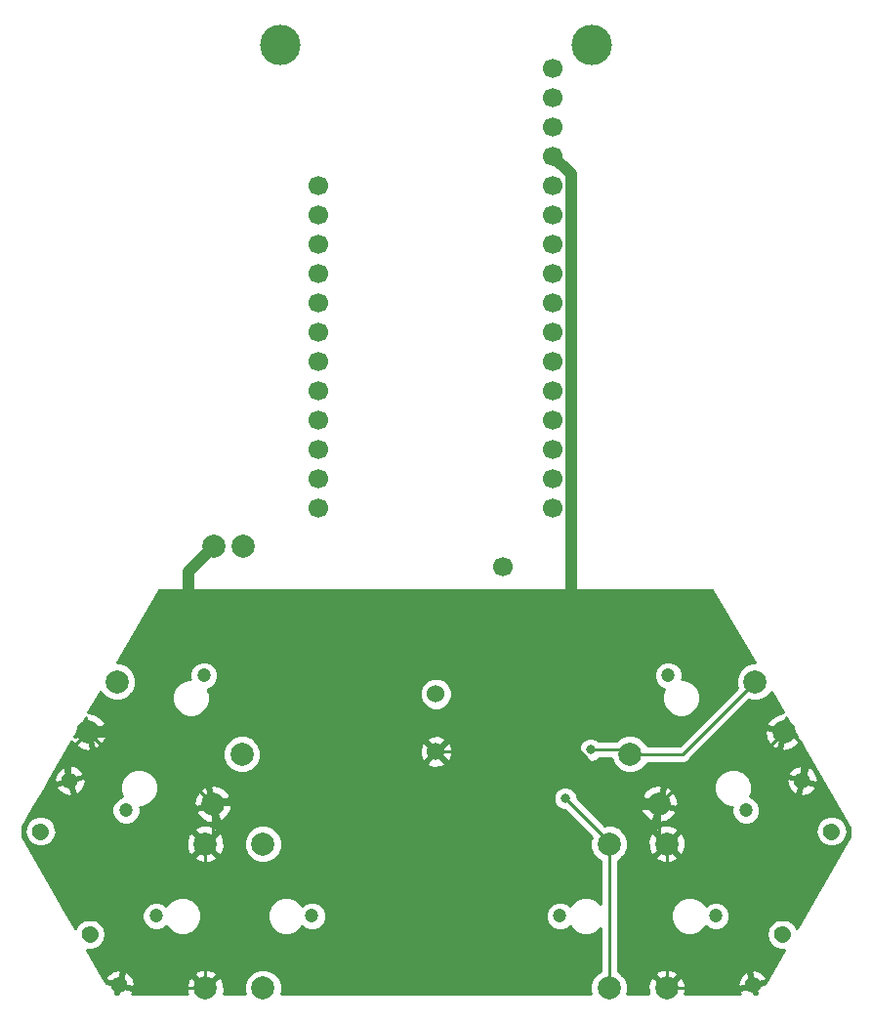
<source format=gbr>
G04 #@! TF.GenerationSoftware,KiCad,Pcbnew,(5.0.0-rc2-dev-393-gbaef22df9)*
G04 #@! TF.CreationDate,2018-04-11T16:40:45-04:00*
G04 #@! TF.ProjectId,BAMF_2018_Badge,42414D465F323031385F42616467652E,rev?*
G04 #@! TF.SameCoordinates,Original*
G04 #@! TF.FileFunction,Copper,L2,Bot,Signal*
G04 #@! TF.FilePolarity,Positive*
%FSLAX46Y46*%
G04 Gerber Fmt 4.6, Leading zero omitted, Abs format (unit mm)*
G04 Created by KiCad (PCBNEW (5.0.0-rc2-dev-393-gbaef22df9)) date 04/11/18 16:40:45*
%MOMM*%
%LPD*%
G01*
G04 APERTURE LIST*
%ADD10C,1.200000*%
%ADD11C,2.000000*%
%ADD12C,1.700000*%
%ADD13C,1.524000*%
%ADD14C,1.400000*%
%ADD15C,1.400000*%
%ADD16C,3.500000*%
%ADD17C,0.800000*%
%ADD18C,0.250000*%
%ADD19C,1.000000*%
%ADD20C,0.254000*%
G04 APERTURE END LIST*
D10*
X20125000Y-15154329D03*
X26875000Y-26845671D03*
D11*
X19337342Y-26290064D03*
X16837341Y-21959936D03*
X30162659Y-20040064D03*
X27662658Y-15709936D03*
D10*
X10750000Y-36000000D03*
X24250000Y-36000000D03*
D11*
X20000001Y-42250000D03*
X15000000Y-42250000D03*
X20000000Y-29750000D03*
X14999999Y-29750000D03*
D10*
X-10750000Y-36000000D03*
X-24250000Y-36000000D03*
D11*
X-20000001Y-29750000D03*
X-15000000Y-29750000D03*
X-20000000Y-42250000D03*
X-14999999Y-42250000D03*
D10*
X-20125000Y-15154329D03*
X-26875000Y-26845671D03*
D11*
X-30162659Y-20040064D03*
X-27662659Y-15709936D03*
X-19337341Y-26290064D03*
X-16837341Y-21959936D03*
D12*
X5842000Y-5730000D03*
X-10160000Y27290000D03*
X-10160000Y24750000D03*
X-10160000Y22210000D03*
X-10160000Y19670000D03*
X-10160000Y17130000D03*
X-10160000Y14590000D03*
X-10160000Y12050000D03*
X-10160000Y9510000D03*
X-10160000Y6970000D03*
X-10160000Y4430000D03*
X-10160000Y1890000D03*
X-10160000Y-650000D03*
X10160000Y-650000D03*
X10160000Y1890000D03*
X10160000Y4430000D03*
X10160000Y6970000D03*
X10160000Y9510000D03*
X10160000Y12050000D03*
X10160000Y14590000D03*
X10160000Y17130000D03*
X10160000Y19670000D03*
X10160000Y22210000D03*
X10160000Y24750000D03*
X10160000Y27290000D03*
X10160000Y29830000D03*
X10160000Y32370000D03*
X10160000Y34910000D03*
X10160000Y37450000D03*
D11*
X-19250000Y-4000000D03*
X-16750000Y-4000000D03*
D13*
X0Y-16750000D03*
X0Y-21750000D03*
D14*
X34290000Y-28649409D03*
D15*
X34290000Y-28649409D02*
X34290000Y-28649409D01*
D14*
X31750000Y-24250000D03*
X-31750000Y-24250000D03*
X-34290000Y-28649408D03*
D15*
X-34290000Y-28649408D02*
X-34290000Y-28649408D01*
D14*
X30040000Y-37600592D03*
D15*
X30040000Y-37600592D02*
X30040000Y-37600592D01*
D14*
X27500000Y-42000000D03*
X-27500000Y-42000000D03*
X-30040000Y-37600591D03*
D15*
X-30040000Y-37600591D02*
X-30040000Y-37600591D01*
D16*
X-13500000Y39500000D03*
X13500000Y39500000D03*
D17*
X13400000Y-21600000D03*
X11200000Y-25800000D03*
D18*
X27250000Y-42250000D02*
X27500000Y-42000000D01*
X20000000Y-42250000D02*
X27250000Y-42250000D01*
X-27250000Y-42250000D02*
X-27500000Y-42000000D01*
X-20000000Y-42250000D02*
X-27250000Y-42250000D01*
X31750000Y-23260051D02*
X31750000Y-24250000D01*
X31750000Y-21080128D02*
X31750000Y-23260051D01*
X30709936Y-20040064D02*
X31750000Y-21080128D01*
X30162659Y-20040064D02*
X30709936Y-20040064D01*
X-31750000Y-21627405D02*
X-31750000Y-24250000D01*
X-30162659Y-20040064D02*
X-31750000Y-21627405D01*
X-19337341Y-29087341D02*
X-20000000Y-29750000D01*
X-19337341Y-26290064D02*
X-19337341Y-29087341D01*
X19337341Y-29087341D02*
X20000000Y-29750000D01*
X19337341Y-26290064D02*
X19337341Y-29087341D01*
X-20000000Y-42250000D02*
X-20000000Y-29750000D01*
X20000000Y-42250000D02*
X20000000Y-29750000D01*
X-4540064Y-26290064D02*
X0Y-21750000D01*
X-19337341Y-26290064D02*
X-4540064Y-26290064D01*
X1077630Y-21750000D02*
X0Y-21750000D01*
X12476998Y-21750000D02*
X1077630Y-21750000D01*
X17017062Y-26290064D02*
X12476998Y-21750000D01*
X19337341Y-26290064D02*
X17017062Y-26290064D01*
X-20337340Y-25290065D02*
X-19337341Y-26290064D01*
X-24587342Y-21040063D02*
X-20337340Y-25290065D01*
X-29162660Y-21040063D02*
X-24587342Y-21040063D01*
X-30162659Y-20040064D02*
X-29162660Y-21040063D01*
X20337340Y-25290065D02*
X19337341Y-26290064D01*
X23217460Y-22409945D02*
X20337340Y-25290065D01*
X27792778Y-22409945D02*
X23217460Y-22409945D01*
X30162659Y-20040064D02*
X27792778Y-22409945D01*
X16477405Y-21600000D02*
X16837341Y-21959936D01*
X13400000Y-21600000D02*
X16477405Y-21600000D01*
X21412659Y-21959936D02*
X16837341Y-21959936D01*
X27662659Y-15709936D02*
X21412659Y-21959936D01*
X15000000Y-29600000D02*
X15000000Y-29750000D01*
X11200000Y-25800000D02*
X15000000Y-29600000D01*
X15000000Y-31164213D02*
X15000000Y-42250000D01*
X15000000Y-29750000D02*
X15000000Y-31164213D01*
D19*
X17923128Y-26290064D02*
X19337341Y-26290064D01*
X16462062Y-26290064D02*
X17923128Y-26290064D01*
X11710001Y-21538003D02*
X16462062Y-26290064D01*
X11710001Y28279999D02*
X11710001Y-21538003D01*
X10160000Y29830000D02*
X11710001Y28279999D01*
X-28748446Y-20040064D02*
X-30162659Y-20040064D01*
X-21425001Y-12716619D02*
X-28748446Y-20040064D01*
X-21425001Y-6175001D02*
X-21425001Y-12716619D01*
X-19250000Y-4000000D02*
X-21425001Y-6175001D01*
D20*
G36*
X27616677Y-14074936D02*
X27337437Y-14074936D01*
X26736506Y-14323850D01*
X26276573Y-14783783D01*
X26027659Y-15384714D01*
X26027659Y-16035158D01*
X26096482Y-16201311D01*
X21097858Y-21199936D01*
X18292250Y-21199936D01*
X18223427Y-21033783D01*
X17763494Y-20573850D01*
X17162563Y-20324936D01*
X16512119Y-20324936D01*
X15911188Y-20573850D01*
X15645038Y-20840000D01*
X14103711Y-20840000D01*
X13986280Y-20722569D01*
X13605874Y-20565000D01*
X13194126Y-20565000D01*
X12813720Y-20722569D01*
X12522569Y-21013720D01*
X12365000Y-21394126D01*
X12365000Y-21805874D01*
X12522569Y-22186280D01*
X12813720Y-22477431D01*
X13194126Y-22635000D01*
X13605874Y-22635000D01*
X13986280Y-22477431D01*
X14103711Y-22360000D01*
X15233342Y-22360000D01*
X15451255Y-22886089D01*
X15911188Y-23346022D01*
X16512119Y-23594936D01*
X17162563Y-23594936D01*
X17763494Y-23346022D01*
X18223427Y-22886089D01*
X18292250Y-22719936D01*
X21337812Y-22719936D01*
X21412659Y-22734824D01*
X21487506Y-22719936D01*
X21487511Y-22719936D01*
X21709196Y-22675840D01*
X21960588Y-22507865D01*
X22002990Y-22444406D01*
X24454773Y-19992623D01*
X28496302Y-19992623D01*
X28604991Y-20633921D01*
X28950820Y-21184810D01*
X29370566Y-21506892D01*
X29651001Y-21458909D01*
X30007116Y-20129867D01*
X28678074Y-19773751D01*
X28496302Y-19992623D01*
X24454773Y-19992623D01*
X27171284Y-17276113D01*
X27337437Y-17344936D01*
X27987881Y-17344936D01*
X28588812Y-17096022D01*
X29048745Y-16636089D01*
X29069053Y-16587062D01*
X30111641Y-18390394D01*
X29568802Y-18482396D01*
X29017913Y-18828225D01*
X28695831Y-19247971D01*
X28743814Y-19528406D01*
X30072856Y-19884521D01*
X30358703Y-18817728D01*
X30538386Y-19128521D01*
X30408005Y-19615110D01*
X30176800Y-19846315D01*
X30356408Y-20025923D01*
X30408007Y-19974324D01*
X31140922Y-20170708D01*
X31320821Y-20481872D01*
X30252462Y-20195607D01*
X29896346Y-21524649D01*
X30115218Y-21706421D01*
X30756516Y-21597732D01*
X31307405Y-21251903D01*
X31568949Y-20911052D01*
X35849315Y-28314662D01*
X35873000Y-28377728D01*
X35873000Y-29144681D01*
X31292027Y-37071447D01*
X31002481Y-36638111D01*
X30560891Y-36343050D01*
X30171485Y-36265592D01*
X29908515Y-36265592D01*
X29519109Y-36343050D01*
X29077519Y-36638111D01*
X28782458Y-37079701D01*
X28678846Y-37600592D01*
X28782458Y-38121483D01*
X29077519Y-38563073D01*
X29519109Y-38858134D01*
X29908515Y-38935592D01*
X30171485Y-38935592D01*
X30220330Y-38925876D01*
X28526769Y-41856358D01*
X27745348Y-42065740D01*
X27693749Y-42014141D01*
X27514141Y-42193749D01*
X27745346Y-42424954D01*
X27826500Y-42727824D01*
X27643048Y-42760132D01*
X27572197Y-42760132D01*
X27434260Y-42245348D01*
X27485859Y-42193749D01*
X27306251Y-42014141D01*
X27075045Y-42245347D01*
X26377934Y-42432137D01*
X26313604Y-42667236D01*
X26393236Y-42760132D01*
X21554667Y-42760132D01*
X21645908Y-42514539D01*
X21627437Y-42015354D01*
X26138933Y-42015354D01*
X26312194Y-42186792D01*
X27344457Y-41910197D01*
X27067863Y-40877934D01*
X26832764Y-40813604D01*
X26429540Y-41159254D01*
X26189284Y-41632900D01*
X26138933Y-42015354D01*
X21627437Y-42015354D01*
X21621856Y-41864540D01*
X21419387Y-41375736D01*
X21152532Y-41277073D01*
X20179605Y-42250000D01*
X20193748Y-42264143D01*
X20014143Y-42443748D01*
X20000000Y-42429605D01*
X19985858Y-42443748D01*
X19806253Y-42264143D01*
X19820395Y-42250000D01*
X18847468Y-41277073D01*
X18580613Y-41375736D01*
X18354092Y-41985461D01*
X18378144Y-42635460D01*
X18429785Y-42760132D01*
X16558408Y-42760132D01*
X16635000Y-42575222D01*
X16635000Y-41924778D01*
X16386086Y-41323847D01*
X16159707Y-41097468D01*
X19027073Y-41097468D01*
X20000000Y-42070395D01*
X20972927Y-41097468D01*
X20874264Y-40830613D01*
X20824686Y-40812194D01*
X27313208Y-40812194D01*
X27589803Y-41844457D01*
X28622066Y-41567863D01*
X28686396Y-41332764D01*
X28340746Y-40929540D01*
X27867100Y-40689284D01*
X27484646Y-40638933D01*
X27313208Y-40812194D01*
X20824686Y-40812194D01*
X20264539Y-40604092D01*
X19614540Y-40628144D01*
X19125736Y-40830613D01*
X19027073Y-41097468D01*
X16159707Y-41097468D01*
X15926153Y-40863914D01*
X15760000Y-40795091D01*
X15760000Y-35674778D01*
X20365000Y-35674778D01*
X20365000Y-36325222D01*
X20613914Y-36926153D01*
X21073847Y-37386086D01*
X21674778Y-37635000D01*
X22325222Y-37635000D01*
X22926153Y-37386086D01*
X23386086Y-36926153D01*
X23398831Y-36895384D01*
X23550429Y-37046982D01*
X24004343Y-37235000D01*
X24495657Y-37235000D01*
X24949571Y-37046982D01*
X25296982Y-36699571D01*
X25485000Y-36245657D01*
X25485000Y-35754343D01*
X25296982Y-35300429D01*
X24949571Y-34953018D01*
X24495657Y-34765000D01*
X24004343Y-34765000D01*
X23550429Y-34953018D01*
X23398831Y-35104616D01*
X23386086Y-35073847D01*
X22926153Y-34613914D01*
X22325222Y-34365000D01*
X21674778Y-34365000D01*
X21073847Y-34613914D01*
X20613914Y-35073847D01*
X20365000Y-35674778D01*
X15760000Y-35674778D01*
X15760000Y-31204909D01*
X15926153Y-31136086D01*
X16159707Y-30902532D01*
X19027073Y-30902532D01*
X19125736Y-31169387D01*
X19735461Y-31395908D01*
X20385460Y-31371856D01*
X20874264Y-31169387D01*
X20972927Y-30902532D01*
X20000000Y-29929605D01*
X19027073Y-30902532D01*
X16159707Y-30902532D01*
X16386086Y-30676153D01*
X16635000Y-30075222D01*
X16635000Y-29485461D01*
X18354092Y-29485461D01*
X18378144Y-30135460D01*
X18580613Y-30624264D01*
X18847468Y-30722927D01*
X19820395Y-29750000D01*
X20179605Y-29750000D01*
X21152532Y-30722927D01*
X21419387Y-30624264D01*
X21645908Y-30014539D01*
X21621856Y-29364540D01*
X21419387Y-28875736D01*
X21152532Y-28777073D01*
X20179605Y-29750000D01*
X19820395Y-29750000D01*
X18847468Y-28777073D01*
X18580613Y-28875736D01*
X18354092Y-29485461D01*
X16635000Y-29485461D01*
X16635000Y-29424778D01*
X16386086Y-28823847D01*
X16159707Y-28597468D01*
X19027073Y-28597468D01*
X20000000Y-29570395D01*
X20920986Y-28649409D01*
X32928846Y-28649409D01*
X33032458Y-29170300D01*
X33327519Y-29611890D01*
X33769109Y-29906951D01*
X34158515Y-29984409D01*
X34421485Y-29984409D01*
X34810891Y-29906951D01*
X35252481Y-29611890D01*
X35547542Y-29170300D01*
X35651154Y-28649409D01*
X35547542Y-28128518D01*
X35252481Y-27686928D01*
X34810891Y-27391867D01*
X34421485Y-27314409D01*
X34158515Y-27314409D01*
X33769109Y-27391867D01*
X33327519Y-27686928D01*
X33032458Y-28128518D01*
X32928846Y-28649409D01*
X20920986Y-28649409D01*
X20972927Y-28597468D01*
X20874264Y-28330613D01*
X20264539Y-28104092D01*
X19614540Y-28128144D01*
X19125736Y-28330613D01*
X19027073Y-28597468D01*
X16159707Y-28597468D01*
X15926153Y-28363914D01*
X15325222Y-28115000D01*
X14674778Y-28115000D01*
X14614691Y-28139889D01*
X14249451Y-27774649D01*
X19071028Y-27774649D01*
X19289900Y-27956421D01*
X19931198Y-27847732D01*
X20482087Y-27501903D01*
X20804169Y-27082157D01*
X20756186Y-26801722D01*
X19427144Y-26445607D01*
X19071028Y-27774649D01*
X14249451Y-27774649D01*
X12717425Y-26242623D01*
X17670984Y-26242623D01*
X17779673Y-26883921D01*
X18125502Y-27434810D01*
X18545248Y-27756892D01*
X18825683Y-27708909D01*
X19181798Y-26379867D01*
X18511500Y-26200261D01*
X19492884Y-26200261D01*
X20821926Y-26556377D01*
X21003698Y-26337505D01*
X20895009Y-25696207D01*
X20549180Y-25145318D01*
X20129434Y-24823236D01*
X19848999Y-24871219D01*
X19492884Y-26200261D01*
X18511500Y-26200261D01*
X17852756Y-26023751D01*
X17670984Y-26242623D01*
X12717425Y-26242623D01*
X12235000Y-25760199D01*
X12235000Y-25594126D01*
X12195172Y-25497971D01*
X17870513Y-25497971D01*
X17918496Y-25778406D01*
X19247538Y-26134521D01*
X19603654Y-24805479D01*
X19384782Y-24623707D01*
X18743484Y-24732396D01*
X18192595Y-25078225D01*
X17870513Y-25497971D01*
X12195172Y-25497971D01*
X12077431Y-25213720D01*
X11786280Y-24922569D01*
X11405874Y-24765000D01*
X10994126Y-24765000D01*
X10613720Y-24922569D01*
X10322569Y-25213720D01*
X10165000Y-25594126D01*
X10165000Y-26005874D01*
X10322569Y-26386280D01*
X10613720Y-26677431D01*
X10994126Y-26835000D01*
X11160199Y-26835000D01*
X13477757Y-29152559D01*
X13365000Y-29424778D01*
X13365000Y-30075222D01*
X13613914Y-30676153D01*
X14073847Y-31136086D01*
X14240000Y-31204909D01*
X14240000Y-34927761D01*
X13926153Y-34613914D01*
X13325222Y-34365000D01*
X12674778Y-34365000D01*
X12073847Y-34613914D01*
X11613914Y-35073847D01*
X11601169Y-35104616D01*
X11449571Y-34953018D01*
X10995657Y-34765000D01*
X10504343Y-34765000D01*
X10050429Y-34953018D01*
X9703018Y-35300429D01*
X9515000Y-35754343D01*
X9515000Y-36245657D01*
X9703018Y-36699571D01*
X10050429Y-37046982D01*
X10504343Y-37235000D01*
X10995657Y-37235000D01*
X11449571Y-37046982D01*
X11601169Y-36895384D01*
X11613914Y-36926153D01*
X12073847Y-37386086D01*
X12674778Y-37635000D01*
X13325222Y-37635000D01*
X13926153Y-37386086D01*
X14240001Y-37072238D01*
X14240001Y-40795091D01*
X14073847Y-40863914D01*
X13613914Y-41323847D01*
X13365000Y-41924778D01*
X13365000Y-42575222D01*
X13441592Y-42760132D01*
X-13441592Y-42760132D01*
X-13365000Y-42575222D01*
X-13365000Y-41924778D01*
X-13613914Y-41323847D01*
X-14073847Y-40863914D01*
X-14674778Y-40615000D01*
X-15325222Y-40615000D01*
X-15926153Y-40863914D01*
X-16386086Y-41323847D01*
X-16635000Y-41924778D01*
X-16635000Y-42575222D01*
X-16558408Y-42760132D01*
X-18445333Y-42760132D01*
X-18354092Y-42514539D01*
X-18378144Y-41864540D01*
X-18580613Y-41375736D01*
X-18847468Y-41277073D01*
X-19820395Y-42250000D01*
X-19806253Y-42264143D01*
X-19985858Y-42443748D01*
X-20000000Y-42429605D01*
X-20014143Y-42443748D01*
X-20193748Y-42264143D01*
X-20179605Y-42250000D01*
X-21152532Y-41277073D01*
X-21419387Y-41375736D01*
X-21645908Y-41985461D01*
X-21621856Y-42635460D01*
X-21570215Y-42760132D01*
X-26384886Y-42760132D01*
X-26313604Y-42667236D01*
X-26377934Y-42432137D01*
X-27075045Y-42245347D01*
X-27306251Y-42014141D01*
X-27485859Y-42193749D01*
X-27434260Y-42245348D01*
X-27572197Y-42760132D01*
X-27709491Y-42760132D01*
X-27829488Y-42738973D01*
X-27745347Y-42424955D01*
X-27514141Y-42193749D01*
X-27693749Y-42014141D01*
X-27745348Y-42065740D01*
X-28599379Y-41836902D01*
X-28886818Y-41332764D01*
X-28686396Y-41332764D01*
X-28622066Y-41567863D01*
X-27924955Y-41754653D01*
X-27693749Y-41985859D01*
X-27514141Y-41806251D01*
X-27485859Y-41806251D01*
X-27306251Y-41985859D01*
X-27254652Y-41934260D01*
X-26312194Y-42186792D01*
X-26138933Y-42015354D01*
X-26236662Y-41493327D01*
X-26464408Y-41144016D01*
X-26449474Y-41129082D01*
X-26481088Y-41097468D01*
X-20972927Y-41097468D01*
X-20000000Y-42070395D01*
X-19027073Y-41097468D01*
X-19125736Y-40830613D01*
X-19735461Y-40604092D01*
X-20385460Y-40628144D01*
X-20874264Y-40830613D01*
X-20972927Y-41097468D01*
X-26481088Y-41097468D01*
X-26520364Y-41058192D01*
X-26526724Y-41048437D01*
X-26541315Y-41037241D01*
X-26629082Y-40949474D01*
X-26640637Y-40961029D01*
X-26832764Y-40813604D01*
X-27067863Y-40877934D01*
X-27254653Y-41575045D01*
X-27485859Y-41806251D01*
X-27514141Y-41806251D01*
X-27565740Y-41754652D01*
X-27313208Y-40812194D01*
X-27484646Y-40638933D01*
X-28006673Y-40736662D01*
X-28355984Y-40964408D01*
X-28370918Y-40949474D01*
X-28441808Y-41020364D01*
X-28451563Y-41026724D01*
X-28462759Y-41041315D01*
X-28550526Y-41129082D01*
X-28538971Y-41140637D01*
X-28686396Y-41332764D01*
X-28886818Y-41332764D01*
X-30264091Y-38917171D01*
X-30171485Y-38935591D01*
X-29908515Y-38935591D01*
X-29519109Y-38858133D01*
X-29077519Y-38563072D01*
X-28782458Y-38121482D01*
X-28678846Y-37600591D01*
X-28782458Y-37079700D01*
X-29077519Y-36638110D01*
X-29519109Y-36343049D01*
X-29908515Y-36265591D01*
X-30171485Y-36265591D01*
X-30560891Y-36343049D01*
X-31002481Y-36638110D01*
X-31297542Y-37079700D01*
X-31301214Y-37098162D01*
X-32067404Y-35754343D01*
X-25485000Y-35754343D01*
X-25485000Y-36245657D01*
X-25296982Y-36699571D01*
X-24949571Y-37046982D01*
X-24495657Y-37235000D01*
X-24004343Y-37235000D01*
X-23550429Y-37046982D01*
X-23398831Y-36895384D01*
X-23386086Y-36926153D01*
X-22926153Y-37386086D01*
X-22325222Y-37635000D01*
X-21674778Y-37635000D01*
X-21073847Y-37386086D01*
X-20613914Y-36926153D01*
X-20365000Y-36325222D01*
X-20365000Y-35674778D01*
X-14635000Y-35674778D01*
X-14635000Y-36325222D01*
X-14386086Y-36926153D01*
X-13926153Y-37386086D01*
X-13325222Y-37635000D01*
X-12674778Y-37635000D01*
X-12073847Y-37386086D01*
X-11613914Y-36926153D01*
X-11601169Y-36895384D01*
X-11449571Y-37046982D01*
X-10995657Y-37235000D01*
X-10504343Y-37235000D01*
X-10050429Y-37046982D01*
X-9703018Y-36699571D01*
X-9515000Y-36245657D01*
X-9515000Y-35754343D01*
X-9703018Y-35300429D01*
X-10050429Y-34953018D01*
X-10504343Y-34765000D01*
X-10995657Y-34765000D01*
X-11449571Y-34953018D01*
X-11601169Y-35104616D01*
X-11613914Y-35073847D01*
X-12073847Y-34613914D01*
X-12674778Y-34365000D01*
X-13325222Y-34365000D01*
X-13926153Y-34613914D01*
X-14386086Y-35073847D01*
X-14635000Y-35674778D01*
X-20365000Y-35674778D01*
X-20613914Y-35073847D01*
X-21073847Y-34613914D01*
X-21674778Y-34365000D01*
X-22325222Y-34365000D01*
X-22926153Y-34613914D01*
X-23386086Y-35073847D01*
X-23398831Y-35104616D01*
X-23550429Y-34953018D01*
X-24004343Y-34765000D01*
X-24495657Y-34765000D01*
X-24949571Y-34953018D01*
X-25296982Y-35300429D01*
X-25485000Y-35754343D01*
X-32067404Y-35754343D01*
X-34833708Y-30902532D01*
X-20972927Y-30902532D01*
X-20874264Y-31169387D01*
X-20264539Y-31395908D01*
X-19614540Y-31371856D01*
X-19125736Y-31169387D01*
X-19027073Y-30902532D01*
X-20000000Y-29929605D01*
X-20972927Y-30902532D01*
X-34833708Y-30902532D01*
X-35866758Y-29090670D01*
X-35873000Y-29073741D01*
X-35873000Y-28649408D01*
X-35651154Y-28649408D01*
X-35547542Y-29170299D01*
X-35252481Y-29611889D01*
X-34810891Y-29906950D01*
X-34421485Y-29984408D01*
X-34158515Y-29984408D01*
X-33769109Y-29906950D01*
X-33327519Y-29611889D01*
X-33243043Y-29485461D01*
X-21645908Y-29485461D01*
X-21621856Y-30135460D01*
X-21419387Y-30624264D01*
X-21152532Y-30722927D01*
X-20179605Y-29750000D01*
X-19820395Y-29750000D01*
X-18847468Y-30722927D01*
X-18580613Y-30624264D01*
X-18354092Y-30014539D01*
X-18375915Y-29424778D01*
X-16635000Y-29424778D01*
X-16635000Y-30075222D01*
X-16386086Y-30676153D01*
X-15926153Y-31136086D01*
X-15325222Y-31385000D01*
X-14674778Y-31385000D01*
X-14073847Y-31136086D01*
X-13613914Y-30676153D01*
X-13365000Y-30075222D01*
X-13365000Y-29424778D01*
X-13613914Y-28823847D01*
X-14073847Y-28363914D01*
X-14674778Y-28115000D01*
X-15325222Y-28115000D01*
X-15926153Y-28363914D01*
X-16386086Y-28823847D01*
X-16635000Y-29424778D01*
X-18375915Y-29424778D01*
X-18378144Y-29364540D01*
X-18580613Y-28875736D01*
X-18847468Y-28777073D01*
X-19820395Y-29750000D01*
X-20179605Y-29750000D01*
X-21152532Y-28777073D01*
X-21419387Y-28875736D01*
X-21645908Y-29485461D01*
X-33243043Y-29485461D01*
X-33032458Y-29170299D01*
X-32928846Y-28649408D01*
X-32939177Y-28597468D01*
X-20972927Y-28597468D01*
X-20000000Y-29570395D01*
X-19027073Y-28597468D01*
X-19125736Y-28330613D01*
X-19735461Y-28104092D01*
X-20385460Y-28128144D01*
X-20874264Y-28330613D01*
X-20972927Y-28597468D01*
X-32939177Y-28597468D01*
X-33032458Y-28128517D01*
X-33327519Y-27686927D01*
X-33769109Y-27391866D01*
X-34158515Y-27314408D01*
X-34421485Y-27314408D01*
X-34810891Y-27391866D01*
X-35252481Y-27686927D01*
X-35547542Y-28128517D01*
X-35651154Y-28649408D01*
X-35873000Y-28649408D01*
X-35873000Y-28238953D01*
X-34921280Y-26600014D01*
X-28110000Y-26600014D01*
X-28110000Y-27091328D01*
X-27921982Y-27545242D01*
X-27574571Y-27892653D01*
X-27120657Y-28080671D01*
X-26629343Y-28080671D01*
X-26175429Y-27892653D01*
X-25828018Y-27545242D01*
X-25640000Y-27091328D01*
X-25640000Y-27082157D01*
X-20804169Y-27082157D01*
X-20389392Y-27583193D01*
X-19814451Y-27887363D01*
X-19289900Y-27956421D01*
X-19071028Y-27774649D01*
X-19427144Y-26445607D01*
X-20756186Y-26801722D01*
X-20804169Y-27082157D01*
X-25640000Y-27082157D01*
X-25640000Y-26600014D01*
X-25668125Y-26532114D01*
X-25424778Y-26532114D01*
X-24954951Y-26337505D01*
X-21003698Y-26337505D01*
X-20821926Y-26556377D01*
X-20163183Y-26379867D01*
X-19181798Y-26379867D01*
X-18825683Y-27708909D01*
X-18545248Y-27756892D01*
X-18044212Y-27342115D01*
X-17740042Y-26767174D01*
X-17670984Y-26242623D01*
X-17852756Y-26023751D01*
X-19181798Y-26379867D01*
X-20163183Y-26379867D01*
X-19492884Y-26200261D01*
X-19848999Y-24871219D01*
X-20129434Y-24823236D01*
X-20630470Y-25238013D01*
X-20934640Y-25812954D01*
X-21003698Y-26337505D01*
X-24954951Y-26337505D01*
X-24823847Y-26283200D01*
X-24363914Y-25823267D01*
X-24115000Y-25222336D01*
X-24115000Y-24805479D01*
X-19603654Y-24805479D01*
X-19247538Y-26134521D01*
X-17918496Y-25778406D01*
X-17870513Y-25497971D01*
X-18285290Y-24996935D01*
X-18860231Y-24692765D01*
X-19384782Y-24623707D01*
X-19603654Y-24805479D01*
X-24115000Y-24805479D01*
X-24115000Y-24571892D01*
X24115000Y-24571892D01*
X24115000Y-25222336D01*
X24363914Y-25823267D01*
X24823847Y-26283200D01*
X25424778Y-26532114D01*
X25668125Y-26532114D01*
X25640000Y-26600014D01*
X25640000Y-27091328D01*
X25828018Y-27545242D01*
X26175429Y-27892653D01*
X26629343Y-28080671D01*
X27120657Y-28080671D01*
X27574571Y-27892653D01*
X27921982Y-27545242D01*
X28110000Y-27091328D01*
X28110000Y-26600014D01*
X27921982Y-26146100D01*
X27574571Y-25798689D01*
X27208991Y-25647260D01*
X27295749Y-25437806D01*
X31563208Y-25437806D01*
X31734646Y-25611067D01*
X32256673Y-25513338D01*
X32605984Y-25285592D01*
X32620918Y-25300526D01*
X32691808Y-25229636D01*
X32701563Y-25223276D01*
X32712759Y-25208685D01*
X32800526Y-25120918D01*
X32788971Y-25109363D01*
X32936396Y-24917236D01*
X32872066Y-24682137D01*
X32174955Y-24495347D01*
X31943749Y-24264141D01*
X31764141Y-24443749D01*
X31815740Y-24495348D01*
X31563208Y-25437806D01*
X27295749Y-25437806D01*
X27385000Y-25222336D01*
X27385000Y-24571892D01*
X27245309Y-24234646D01*
X30388933Y-24234646D01*
X30486662Y-24756673D01*
X30714408Y-25105984D01*
X30699474Y-25120918D01*
X30770364Y-25191808D01*
X30776724Y-25201563D01*
X30791315Y-25212759D01*
X30879082Y-25300526D01*
X30890637Y-25288971D01*
X31082764Y-25436396D01*
X31317863Y-25372066D01*
X31504653Y-24674955D01*
X31735859Y-24443749D01*
X31556251Y-24264141D01*
X31504652Y-24315740D01*
X30562194Y-24063208D01*
X30388933Y-24234646D01*
X27245309Y-24234646D01*
X27136086Y-23970961D01*
X26747889Y-23582764D01*
X30563604Y-23582764D01*
X30627934Y-23817863D01*
X31325045Y-24004653D01*
X31556251Y-24235859D01*
X31735859Y-24056251D01*
X31764141Y-24056251D01*
X31943749Y-24235859D01*
X31995348Y-24184260D01*
X32937806Y-24436792D01*
X33111067Y-24265354D01*
X33013338Y-23743327D01*
X32785592Y-23394016D01*
X32800526Y-23379082D01*
X32729636Y-23308192D01*
X32723276Y-23298437D01*
X32708685Y-23287241D01*
X32620918Y-23199474D01*
X32609363Y-23211029D01*
X32417236Y-23063604D01*
X32182137Y-23127934D01*
X31995347Y-23825045D01*
X31764141Y-24056251D01*
X31735859Y-24056251D01*
X31684260Y-24004652D01*
X31936792Y-23062194D01*
X31765354Y-22888933D01*
X31243327Y-22986662D01*
X30894016Y-23214408D01*
X30879082Y-23199474D01*
X30808192Y-23270364D01*
X30798437Y-23276724D01*
X30787241Y-23291315D01*
X30699474Y-23379082D01*
X30711029Y-23390637D01*
X30563604Y-23582764D01*
X26747889Y-23582764D01*
X26676153Y-23511028D01*
X26075222Y-23262114D01*
X25424778Y-23262114D01*
X24823847Y-23511028D01*
X24363914Y-23970961D01*
X24115000Y-24571892D01*
X-24115000Y-24571892D01*
X-24363914Y-23970961D01*
X-24823847Y-23511028D01*
X-25424778Y-23262114D01*
X-26075222Y-23262114D01*
X-26676153Y-23511028D01*
X-27136086Y-23970961D01*
X-27385000Y-24571892D01*
X-27385000Y-25222336D01*
X-27208991Y-25647260D01*
X-27574571Y-25798689D01*
X-27921982Y-26146100D01*
X-28110000Y-26600014D01*
X-34921280Y-26600014D01*
X-33944103Y-24917236D01*
X-32936396Y-24917236D01*
X-32590746Y-25320460D01*
X-32117100Y-25560716D01*
X-31734646Y-25611067D01*
X-31563208Y-25437806D01*
X-31839803Y-24405543D01*
X-32872066Y-24682137D01*
X-32936396Y-24917236D01*
X-33944103Y-24917236D01*
X-33565559Y-24265354D01*
X-33111067Y-24265354D01*
X-32937806Y-24436792D01*
X-32575840Y-24339803D01*
X-31594457Y-24339803D01*
X-31317863Y-25372066D01*
X-31082764Y-25436396D01*
X-30679540Y-25090746D01*
X-30439284Y-24617100D01*
X-30388933Y-24234646D01*
X-30562194Y-24063208D01*
X-31594457Y-24339803D01*
X-32575840Y-24339803D01*
X-31905543Y-24160197D01*
X-32182137Y-23127934D01*
X-32417236Y-23063604D01*
X-32820460Y-23409254D01*
X-33060716Y-23882900D01*
X-33111067Y-24265354D01*
X-33565559Y-24265354D01*
X-32866893Y-23062194D01*
X-31936792Y-23062194D01*
X-31660197Y-24094457D01*
X-30627934Y-23817863D01*
X-30563604Y-23582764D01*
X-30909254Y-23179540D01*
X-31382900Y-22939284D01*
X-31765354Y-22888933D01*
X-31936792Y-23062194D01*
X-32866893Y-23062194D01*
X-31595656Y-20873024D01*
X-31214710Y-21333193D01*
X-30639769Y-21637363D01*
X-30115218Y-21706421D01*
X-30028876Y-21634714D01*
X-18472341Y-21634714D01*
X-18472341Y-22285158D01*
X-18223427Y-22886089D01*
X-17763494Y-23346022D01*
X-17162563Y-23594936D01*
X-16512119Y-23594936D01*
X-15911188Y-23346022D01*
X-15451255Y-22886089D01*
X-15386689Y-22730213D01*
X-800608Y-22730213D01*
X-731143Y-22972397D01*
X-207698Y-23159144D01*
X347368Y-23131362D01*
X731143Y-22972397D01*
X800608Y-22730213D01*
X0Y-21929605D01*
X-800608Y-22730213D01*
X-15386689Y-22730213D01*
X-15202341Y-22285158D01*
X-15202341Y-21634714D01*
X-15240619Y-21542302D01*
X-1409144Y-21542302D01*
X-1381362Y-22097368D01*
X-1222397Y-22481143D01*
X-980213Y-22550608D01*
X-179605Y-21750000D01*
X179605Y-21750000D01*
X980213Y-22550608D01*
X1222397Y-22481143D01*
X1409144Y-21957698D01*
X1381362Y-21402632D01*
X1222397Y-21018857D01*
X980213Y-20949392D01*
X179605Y-21750000D01*
X-179605Y-21750000D01*
X-980213Y-20949392D01*
X-1222397Y-21018857D01*
X-1409144Y-21542302D01*
X-15240619Y-21542302D01*
X-15451255Y-21033783D01*
X-15715251Y-20769787D01*
X-800608Y-20769787D01*
X0Y-21570395D01*
X800608Y-20769787D01*
X731143Y-20527603D01*
X207698Y-20340856D01*
X-347368Y-20368638D01*
X-731143Y-20527603D01*
X-800608Y-20769787D01*
X-15715251Y-20769787D01*
X-15911188Y-20573850D01*
X-16512119Y-20324936D01*
X-17162563Y-20324936D01*
X-17763494Y-20573850D01*
X-18223427Y-21033783D01*
X-18472341Y-21634714D01*
X-30028876Y-21634714D01*
X-29896346Y-21524649D01*
X-30252462Y-20195607D01*
X-31377305Y-20497007D01*
X-31196468Y-20185592D01*
X-30988500Y-20129867D01*
X-30007116Y-20129867D01*
X-29651001Y-21458909D01*
X-29370566Y-21506892D01*
X-28869530Y-21092115D01*
X-28565360Y-20517174D01*
X-28496302Y-19992623D01*
X-28678074Y-19773751D01*
X-30007116Y-20129867D01*
X-30988500Y-20129867D01*
X-30408007Y-19974324D01*
X-30356408Y-20025923D01*
X-30176800Y-19846315D01*
X-30408005Y-19615110D01*
X-30552357Y-19076381D01*
X-30372423Y-18766521D01*
X-30072856Y-19884521D01*
X-28743814Y-19528406D01*
X-28695831Y-19247971D01*
X-29110608Y-18746935D01*
X-29685549Y-18442765D01*
X-30148991Y-18381752D01*
X-29084779Y-16549095D01*
X-29048745Y-16636089D01*
X-28588812Y-17096022D01*
X-27987881Y-17344936D01*
X-27337437Y-17344936D01*
X-26736506Y-17096022D01*
X-26418148Y-16777664D01*
X-22885000Y-16777664D01*
X-22885000Y-17428108D01*
X-22636086Y-18029039D01*
X-22176153Y-18488972D01*
X-21575222Y-18737886D01*
X-20924778Y-18737886D01*
X-20323847Y-18488972D01*
X-19863914Y-18029039D01*
X-19615000Y-17428108D01*
X-19615000Y-16777664D01*
X-19741560Y-16472119D01*
X-1397000Y-16472119D01*
X-1397000Y-17027881D01*
X-1184320Y-17541337D01*
X-791337Y-17934320D01*
X-277881Y-18147000D01*
X277881Y-18147000D01*
X791337Y-17934320D01*
X1184320Y-17541337D01*
X1397000Y-17027881D01*
X1397000Y-16472119D01*
X1184320Y-15958663D01*
X791337Y-15565680D01*
X277881Y-15353000D01*
X-277881Y-15353000D01*
X-791337Y-15565680D01*
X-1184320Y-15958663D01*
X-1397000Y-16472119D01*
X-19741560Y-16472119D01*
X-19791009Y-16352740D01*
X-19425429Y-16201311D01*
X-19078018Y-15853900D01*
X-18890000Y-15399986D01*
X-18890000Y-14908672D01*
X18890000Y-14908672D01*
X18890000Y-15399986D01*
X19078018Y-15853900D01*
X19425429Y-16201311D01*
X19791009Y-16352740D01*
X19615000Y-16777664D01*
X19615000Y-17428108D01*
X19863914Y-18029039D01*
X20323847Y-18488972D01*
X20924778Y-18737886D01*
X21575222Y-18737886D01*
X22176153Y-18488972D01*
X22636086Y-18029039D01*
X22885000Y-17428108D01*
X22885000Y-16777664D01*
X22636086Y-16176733D01*
X22176153Y-15716800D01*
X21575222Y-15467886D01*
X21331875Y-15467886D01*
X21360000Y-15399986D01*
X21360000Y-14908672D01*
X21171982Y-14454758D01*
X20824571Y-14107347D01*
X20370657Y-13919329D01*
X19879343Y-13919329D01*
X19425429Y-14107347D01*
X19078018Y-14454758D01*
X18890000Y-14908672D01*
X-18890000Y-14908672D01*
X-19078018Y-14454758D01*
X-19425429Y-14107347D01*
X-19879343Y-13919329D01*
X-20370657Y-13919329D01*
X-20824571Y-14107347D01*
X-21171982Y-14454758D01*
X-21360000Y-14908672D01*
X-21360000Y-15399986D01*
X-21331875Y-15467886D01*
X-21575222Y-15467886D01*
X-22176153Y-15716800D01*
X-22636086Y-16176733D01*
X-22885000Y-16777664D01*
X-26418148Y-16777664D01*
X-26276573Y-16636089D01*
X-26027659Y-16035158D01*
X-26027659Y-15384714D01*
X-26276573Y-14783783D01*
X-26736506Y-14323850D01*
X-27337437Y-14074936D01*
X-27648053Y-14074936D01*
X-23973464Y-7747000D01*
X23958207Y-7747000D01*
X27616677Y-14074936D01*
X27616677Y-14074936D01*
G37*
X27616677Y-14074936D02*
X27337437Y-14074936D01*
X26736506Y-14323850D01*
X26276573Y-14783783D01*
X26027659Y-15384714D01*
X26027659Y-16035158D01*
X26096482Y-16201311D01*
X21097858Y-21199936D01*
X18292250Y-21199936D01*
X18223427Y-21033783D01*
X17763494Y-20573850D01*
X17162563Y-20324936D01*
X16512119Y-20324936D01*
X15911188Y-20573850D01*
X15645038Y-20840000D01*
X14103711Y-20840000D01*
X13986280Y-20722569D01*
X13605874Y-20565000D01*
X13194126Y-20565000D01*
X12813720Y-20722569D01*
X12522569Y-21013720D01*
X12365000Y-21394126D01*
X12365000Y-21805874D01*
X12522569Y-22186280D01*
X12813720Y-22477431D01*
X13194126Y-22635000D01*
X13605874Y-22635000D01*
X13986280Y-22477431D01*
X14103711Y-22360000D01*
X15233342Y-22360000D01*
X15451255Y-22886089D01*
X15911188Y-23346022D01*
X16512119Y-23594936D01*
X17162563Y-23594936D01*
X17763494Y-23346022D01*
X18223427Y-22886089D01*
X18292250Y-22719936D01*
X21337812Y-22719936D01*
X21412659Y-22734824D01*
X21487506Y-22719936D01*
X21487511Y-22719936D01*
X21709196Y-22675840D01*
X21960588Y-22507865D01*
X22002990Y-22444406D01*
X24454773Y-19992623D01*
X28496302Y-19992623D01*
X28604991Y-20633921D01*
X28950820Y-21184810D01*
X29370566Y-21506892D01*
X29651001Y-21458909D01*
X30007116Y-20129867D01*
X28678074Y-19773751D01*
X28496302Y-19992623D01*
X24454773Y-19992623D01*
X27171284Y-17276113D01*
X27337437Y-17344936D01*
X27987881Y-17344936D01*
X28588812Y-17096022D01*
X29048745Y-16636089D01*
X29069053Y-16587062D01*
X30111641Y-18390394D01*
X29568802Y-18482396D01*
X29017913Y-18828225D01*
X28695831Y-19247971D01*
X28743814Y-19528406D01*
X30072856Y-19884521D01*
X30358703Y-18817728D01*
X30538386Y-19128521D01*
X30408005Y-19615110D01*
X30176800Y-19846315D01*
X30356408Y-20025923D01*
X30408007Y-19974324D01*
X31140922Y-20170708D01*
X31320821Y-20481872D01*
X30252462Y-20195607D01*
X29896346Y-21524649D01*
X30115218Y-21706421D01*
X30756516Y-21597732D01*
X31307405Y-21251903D01*
X31568949Y-20911052D01*
X35849315Y-28314662D01*
X35873000Y-28377728D01*
X35873000Y-29144681D01*
X31292027Y-37071447D01*
X31002481Y-36638111D01*
X30560891Y-36343050D01*
X30171485Y-36265592D01*
X29908515Y-36265592D01*
X29519109Y-36343050D01*
X29077519Y-36638111D01*
X28782458Y-37079701D01*
X28678846Y-37600592D01*
X28782458Y-38121483D01*
X29077519Y-38563073D01*
X29519109Y-38858134D01*
X29908515Y-38935592D01*
X30171485Y-38935592D01*
X30220330Y-38925876D01*
X28526769Y-41856358D01*
X27745348Y-42065740D01*
X27693749Y-42014141D01*
X27514141Y-42193749D01*
X27745346Y-42424954D01*
X27826500Y-42727824D01*
X27643048Y-42760132D01*
X27572197Y-42760132D01*
X27434260Y-42245348D01*
X27485859Y-42193749D01*
X27306251Y-42014141D01*
X27075045Y-42245347D01*
X26377934Y-42432137D01*
X26313604Y-42667236D01*
X26393236Y-42760132D01*
X21554667Y-42760132D01*
X21645908Y-42514539D01*
X21627437Y-42015354D01*
X26138933Y-42015354D01*
X26312194Y-42186792D01*
X27344457Y-41910197D01*
X27067863Y-40877934D01*
X26832764Y-40813604D01*
X26429540Y-41159254D01*
X26189284Y-41632900D01*
X26138933Y-42015354D01*
X21627437Y-42015354D01*
X21621856Y-41864540D01*
X21419387Y-41375736D01*
X21152532Y-41277073D01*
X20179605Y-42250000D01*
X20193748Y-42264143D01*
X20014143Y-42443748D01*
X20000000Y-42429605D01*
X19985858Y-42443748D01*
X19806253Y-42264143D01*
X19820395Y-42250000D01*
X18847468Y-41277073D01*
X18580613Y-41375736D01*
X18354092Y-41985461D01*
X18378144Y-42635460D01*
X18429785Y-42760132D01*
X16558408Y-42760132D01*
X16635000Y-42575222D01*
X16635000Y-41924778D01*
X16386086Y-41323847D01*
X16159707Y-41097468D01*
X19027073Y-41097468D01*
X20000000Y-42070395D01*
X20972927Y-41097468D01*
X20874264Y-40830613D01*
X20824686Y-40812194D01*
X27313208Y-40812194D01*
X27589803Y-41844457D01*
X28622066Y-41567863D01*
X28686396Y-41332764D01*
X28340746Y-40929540D01*
X27867100Y-40689284D01*
X27484646Y-40638933D01*
X27313208Y-40812194D01*
X20824686Y-40812194D01*
X20264539Y-40604092D01*
X19614540Y-40628144D01*
X19125736Y-40830613D01*
X19027073Y-41097468D01*
X16159707Y-41097468D01*
X15926153Y-40863914D01*
X15760000Y-40795091D01*
X15760000Y-35674778D01*
X20365000Y-35674778D01*
X20365000Y-36325222D01*
X20613914Y-36926153D01*
X21073847Y-37386086D01*
X21674778Y-37635000D01*
X22325222Y-37635000D01*
X22926153Y-37386086D01*
X23386086Y-36926153D01*
X23398831Y-36895384D01*
X23550429Y-37046982D01*
X24004343Y-37235000D01*
X24495657Y-37235000D01*
X24949571Y-37046982D01*
X25296982Y-36699571D01*
X25485000Y-36245657D01*
X25485000Y-35754343D01*
X25296982Y-35300429D01*
X24949571Y-34953018D01*
X24495657Y-34765000D01*
X24004343Y-34765000D01*
X23550429Y-34953018D01*
X23398831Y-35104616D01*
X23386086Y-35073847D01*
X22926153Y-34613914D01*
X22325222Y-34365000D01*
X21674778Y-34365000D01*
X21073847Y-34613914D01*
X20613914Y-35073847D01*
X20365000Y-35674778D01*
X15760000Y-35674778D01*
X15760000Y-31204909D01*
X15926153Y-31136086D01*
X16159707Y-30902532D01*
X19027073Y-30902532D01*
X19125736Y-31169387D01*
X19735461Y-31395908D01*
X20385460Y-31371856D01*
X20874264Y-31169387D01*
X20972927Y-30902532D01*
X20000000Y-29929605D01*
X19027073Y-30902532D01*
X16159707Y-30902532D01*
X16386086Y-30676153D01*
X16635000Y-30075222D01*
X16635000Y-29485461D01*
X18354092Y-29485461D01*
X18378144Y-30135460D01*
X18580613Y-30624264D01*
X18847468Y-30722927D01*
X19820395Y-29750000D01*
X20179605Y-29750000D01*
X21152532Y-30722927D01*
X21419387Y-30624264D01*
X21645908Y-30014539D01*
X21621856Y-29364540D01*
X21419387Y-28875736D01*
X21152532Y-28777073D01*
X20179605Y-29750000D01*
X19820395Y-29750000D01*
X18847468Y-28777073D01*
X18580613Y-28875736D01*
X18354092Y-29485461D01*
X16635000Y-29485461D01*
X16635000Y-29424778D01*
X16386086Y-28823847D01*
X16159707Y-28597468D01*
X19027073Y-28597468D01*
X20000000Y-29570395D01*
X20920986Y-28649409D01*
X32928846Y-28649409D01*
X33032458Y-29170300D01*
X33327519Y-29611890D01*
X33769109Y-29906951D01*
X34158515Y-29984409D01*
X34421485Y-29984409D01*
X34810891Y-29906951D01*
X35252481Y-29611890D01*
X35547542Y-29170300D01*
X35651154Y-28649409D01*
X35547542Y-28128518D01*
X35252481Y-27686928D01*
X34810891Y-27391867D01*
X34421485Y-27314409D01*
X34158515Y-27314409D01*
X33769109Y-27391867D01*
X33327519Y-27686928D01*
X33032458Y-28128518D01*
X32928846Y-28649409D01*
X20920986Y-28649409D01*
X20972927Y-28597468D01*
X20874264Y-28330613D01*
X20264539Y-28104092D01*
X19614540Y-28128144D01*
X19125736Y-28330613D01*
X19027073Y-28597468D01*
X16159707Y-28597468D01*
X15926153Y-28363914D01*
X15325222Y-28115000D01*
X14674778Y-28115000D01*
X14614691Y-28139889D01*
X14249451Y-27774649D01*
X19071028Y-27774649D01*
X19289900Y-27956421D01*
X19931198Y-27847732D01*
X20482087Y-27501903D01*
X20804169Y-27082157D01*
X20756186Y-26801722D01*
X19427144Y-26445607D01*
X19071028Y-27774649D01*
X14249451Y-27774649D01*
X12717425Y-26242623D01*
X17670984Y-26242623D01*
X17779673Y-26883921D01*
X18125502Y-27434810D01*
X18545248Y-27756892D01*
X18825683Y-27708909D01*
X19181798Y-26379867D01*
X18511500Y-26200261D01*
X19492884Y-26200261D01*
X20821926Y-26556377D01*
X21003698Y-26337505D01*
X20895009Y-25696207D01*
X20549180Y-25145318D01*
X20129434Y-24823236D01*
X19848999Y-24871219D01*
X19492884Y-26200261D01*
X18511500Y-26200261D01*
X17852756Y-26023751D01*
X17670984Y-26242623D01*
X12717425Y-26242623D01*
X12235000Y-25760199D01*
X12235000Y-25594126D01*
X12195172Y-25497971D01*
X17870513Y-25497971D01*
X17918496Y-25778406D01*
X19247538Y-26134521D01*
X19603654Y-24805479D01*
X19384782Y-24623707D01*
X18743484Y-24732396D01*
X18192595Y-25078225D01*
X17870513Y-25497971D01*
X12195172Y-25497971D01*
X12077431Y-25213720D01*
X11786280Y-24922569D01*
X11405874Y-24765000D01*
X10994126Y-24765000D01*
X10613720Y-24922569D01*
X10322569Y-25213720D01*
X10165000Y-25594126D01*
X10165000Y-26005874D01*
X10322569Y-26386280D01*
X10613720Y-26677431D01*
X10994126Y-26835000D01*
X11160199Y-26835000D01*
X13477757Y-29152559D01*
X13365000Y-29424778D01*
X13365000Y-30075222D01*
X13613914Y-30676153D01*
X14073847Y-31136086D01*
X14240000Y-31204909D01*
X14240000Y-34927761D01*
X13926153Y-34613914D01*
X13325222Y-34365000D01*
X12674778Y-34365000D01*
X12073847Y-34613914D01*
X11613914Y-35073847D01*
X11601169Y-35104616D01*
X11449571Y-34953018D01*
X10995657Y-34765000D01*
X10504343Y-34765000D01*
X10050429Y-34953018D01*
X9703018Y-35300429D01*
X9515000Y-35754343D01*
X9515000Y-36245657D01*
X9703018Y-36699571D01*
X10050429Y-37046982D01*
X10504343Y-37235000D01*
X10995657Y-37235000D01*
X11449571Y-37046982D01*
X11601169Y-36895384D01*
X11613914Y-36926153D01*
X12073847Y-37386086D01*
X12674778Y-37635000D01*
X13325222Y-37635000D01*
X13926153Y-37386086D01*
X14240001Y-37072238D01*
X14240001Y-40795091D01*
X14073847Y-40863914D01*
X13613914Y-41323847D01*
X13365000Y-41924778D01*
X13365000Y-42575222D01*
X13441592Y-42760132D01*
X-13441592Y-42760132D01*
X-13365000Y-42575222D01*
X-13365000Y-41924778D01*
X-13613914Y-41323847D01*
X-14073847Y-40863914D01*
X-14674778Y-40615000D01*
X-15325222Y-40615000D01*
X-15926153Y-40863914D01*
X-16386086Y-41323847D01*
X-16635000Y-41924778D01*
X-16635000Y-42575222D01*
X-16558408Y-42760132D01*
X-18445333Y-42760132D01*
X-18354092Y-42514539D01*
X-18378144Y-41864540D01*
X-18580613Y-41375736D01*
X-18847468Y-41277073D01*
X-19820395Y-42250000D01*
X-19806253Y-42264143D01*
X-19985858Y-42443748D01*
X-20000000Y-42429605D01*
X-20014143Y-42443748D01*
X-20193748Y-42264143D01*
X-20179605Y-42250000D01*
X-21152532Y-41277073D01*
X-21419387Y-41375736D01*
X-21645908Y-41985461D01*
X-21621856Y-42635460D01*
X-21570215Y-42760132D01*
X-26384886Y-42760132D01*
X-26313604Y-42667236D01*
X-26377934Y-42432137D01*
X-27075045Y-42245347D01*
X-27306251Y-42014141D01*
X-27485859Y-42193749D01*
X-27434260Y-42245348D01*
X-27572197Y-42760132D01*
X-27709491Y-42760132D01*
X-27829488Y-42738973D01*
X-27745347Y-42424955D01*
X-27514141Y-42193749D01*
X-27693749Y-42014141D01*
X-27745348Y-42065740D01*
X-28599379Y-41836902D01*
X-28886818Y-41332764D01*
X-28686396Y-41332764D01*
X-28622066Y-41567863D01*
X-27924955Y-41754653D01*
X-27693749Y-41985859D01*
X-27514141Y-41806251D01*
X-27485859Y-41806251D01*
X-27306251Y-41985859D01*
X-27254652Y-41934260D01*
X-26312194Y-42186792D01*
X-26138933Y-42015354D01*
X-26236662Y-41493327D01*
X-26464408Y-41144016D01*
X-26449474Y-41129082D01*
X-26481088Y-41097468D01*
X-20972927Y-41097468D01*
X-20000000Y-42070395D01*
X-19027073Y-41097468D01*
X-19125736Y-40830613D01*
X-19735461Y-40604092D01*
X-20385460Y-40628144D01*
X-20874264Y-40830613D01*
X-20972927Y-41097468D01*
X-26481088Y-41097468D01*
X-26520364Y-41058192D01*
X-26526724Y-41048437D01*
X-26541315Y-41037241D01*
X-26629082Y-40949474D01*
X-26640637Y-40961029D01*
X-26832764Y-40813604D01*
X-27067863Y-40877934D01*
X-27254653Y-41575045D01*
X-27485859Y-41806251D01*
X-27514141Y-41806251D01*
X-27565740Y-41754652D01*
X-27313208Y-40812194D01*
X-27484646Y-40638933D01*
X-28006673Y-40736662D01*
X-28355984Y-40964408D01*
X-28370918Y-40949474D01*
X-28441808Y-41020364D01*
X-28451563Y-41026724D01*
X-28462759Y-41041315D01*
X-28550526Y-41129082D01*
X-28538971Y-41140637D01*
X-28686396Y-41332764D01*
X-28886818Y-41332764D01*
X-30264091Y-38917171D01*
X-30171485Y-38935591D01*
X-29908515Y-38935591D01*
X-29519109Y-38858133D01*
X-29077519Y-38563072D01*
X-28782458Y-38121482D01*
X-28678846Y-37600591D01*
X-28782458Y-37079700D01*
X-29077519Y-36638110D01*
X-29519109Y-36343049D01*
X-29908515Y-36265591D01*
X-30171485Y-36265591D01*
X-30560891Y-36343049D01*
X-31002481Y-36638110D01*
X-31297542Y-37079700D01*
X-31301214Y-37098162D01*
X-32067404Y-35754343D01*
X-25485000Y-35754343D01*
X-25485000Y-36245657D01*
X-25296982Y-36699571D01*
X-24949571Y-37046982D01*
X-24495657Y-37235000D01*
X-24004343Y-37235000D01*
X-23550429Y-37046982D01*
X-23398831Y-36895384D01*
X-23386086Y-36926153D01*
X-22926153Y-37386086D01*
X-22325222Y-37635000D01*
X-21674778Y-37635000D01*
X-21073847Y-37386086D01*
X-20613914Y-36926153D01*
X-20365000Y-36325222D01*
X-20365000Y-35674778D01*
X-14635000Y-35674778D01*
X-14635000Y-36325222D01*
X-14386086Y-36926153D01*
X-13926153Y-37386086D01*
X-13325222Y-37635000D01*
X-12674778Y-37635000D01*
X-12073847Y-37386086D01*
X-11613914Y-36926153D01*
X-11601169Y-36895384D01*
X-11449571Y-37046982D01*
X-10995657Y-37235000D01*
X-10504343Y-37235000D01*
X-10050429Y-37046982D01*
X-9703018Y-36699571D01*
X-9515000Y-36245657D01*
X-9515000Y-35754343D01*
X-9703018Y-35300429D01*
X-10050429Y-34953018D01*
X-10504343Y-34765000D01*
X-10995657Y-34765000D01*
X-11449571Y-34953018D01*
X-11601169Y-35104616D01*
X-11613914Y-35073847D01*
X-12073847Y-34613914D01*
X-12674778Y-34365000D01*
X-13325222Y-34365000D01*
X-13926153Y-34613914D01*
X-14386086Y-35073847D01*
X-14635000Y-35674778D01*
X-20365000Y-35674778D01*
X-20613914Y-35073847D01*
X-21073847Y-34613914D01*
X-21674778Y-34365000D01*
X-22325222Y-34365000D01*
X-22926153Y-34613914D01*
X-23386086Y-35073847D01*
X-23398831Y-35104616D01*
X-23550429Y-34953018D01*
X-24004343Y-34765000D01*
X-24495657Y-34765000D01*
X-24949571Y-34953018D01*
X-25296982Y-35300429D01*
X-25485000Y-35754343D01*
X-32067404Y-35754343D01*
X-34833708Y-30902532D01*
X-20972927Y-30902532D01*
X-20874264Y-31169387D01*
X-20264539Y-31395908D01*
X-19614540Y-31371856D01*
X-19125736Y-31169387D01*
X-19027073Y-30902532D01*
X-20000000Y-29929605D01*
X-20972927Y-30902532D01*
X-34833708Y-30902532D01*
X-35866758Y-29090670D01*
X-35873000Y-29073741D01*
X-35873000Y-28649408D01*
X-35651154Y-28649408D01*
X-35547542Y-29170299D01*
X-35252481Y-29611889D01*
X-34810891Y-29906950D01*
X-34421485Y-29984408D01*
X-34158515Y-29984408D01*
X-33769109Y-29906950D01*
X-33327519Y-29611889D01*
X-33243043Y-29485461D01*
X-21645908Y-29485461D01*
X-21621856Y-30135460D01*
X-21419387Y-30624264D01*
X-21152532Y-30722927D01*
X-20179605Y-29750000D01*
X-19820395Y-29750000D01*
X-18847468Y-30722927D01*
X-18580613Y-30624264D01*
X-18354092Y-30014539D01*
X-18375915Y-29424778D01*
X-16635000Y-29424778D01*
X-16635000Y-30075222D01*
X-16386086Y-30676153D01*
X-15926153Y-31136086D01*
X-15325222Y-31385000D01*
X-14674778Y-31385000D01*
X-14073847Y-31136086D01*
X-13613914Y-30676153D01*
X-13365000Y-30075222D01*
X-13365000Y-29424778D01*
X-13613914Y-28823847D01*
X-14073847Y-28363914D01*
X-14674778Y-28115000D01*
X-15325222Y-28115000D01*
X-15926153Y-28363914D01*
X-16386086Y-28823847D01*
X-16635000Y-29424778D01*
X-18375915Y-29424778D01*
X-18378144Y-29364540D01*
X-18580613Y-28875736D01*
X-18847468Y-28777073D01*
X-19820395Y-29750000D01*
X-20179605Y-29750000D01*
X-21152532Y-28777073D01*
X-21419387Y-28875736D01*
X-21645908Y-29485461D01*
X-33243043Y-29485461D01*
X-33032458Y-29170299D01*
X-32928846Y-28649408D01*
X-32939177Y-28597468D01*
X-20972927Y-28597468D01*
X-20000000Y-29570395D01*
X-19027073Y-28597468D01*
X-19125736Y-28330613D01*
X-19735461Y-28104092D01*
X-20385460Y-28128144D01*
X-20874264Y-28330613D01*
X-20972927Y-28597468D01*
X-32939177Y-28597468D01*
X-33032458Y-28128517D01*
X-33327519Y-27686927D01*
X-33769109Y-27391866D01*
X-34158515Y-27314408D01*
X-34421485Y-27314408D01*
X-34810891Y-27391866D01*
X-35252481Y-27686927D01*
X-35547542Y-28128517D01*
X-35651154Y-28649408D01*
X-35873000Y-28649408D01*
X-35873000Y-28238953D01*
X-34921280Y-26600014D01*
X-28110000Y-26600014D01*
X-28110000Y-27091328D01*
X-27921982Y-27545242D01*
X-27574571Y-27892653D01*
X-27120657Y-28080671D01*
X-26629343Y-28080671D01*
X-26175429Y-27892653D01*
X-25828018Y-27545242D01*
X-25640000Y-27091328D01*
X-25640000Y-27082157D01*
X-20804169Y-27082157D01*
X-20389392Y-27583193D01*
X-19814451Y-27887363D01*
X-19289900Y-27956421D01*
X-19071028Y-27774649D01*
X-19427144Y-26445607D01*
X-20756186Y-26801722D01*
X-20804169Y-27082157D01*
X-25640000Y-27082157D01*
X-25640000Y-26600014D01*
X-25668125Y-26532114D01*
X-25424778Y-26532114D01*
X-24954951Y-26337505D01*
X-21003698Y-26337505D01*
X-20821926Y-26556377D01*
X-20163183Y-26379867D01*
X-19181798Y-26379867D01*
X-18825683Y-27708909D01*
X-18545248Y-27756892D01*
X-18044212Y-27342115D01*
X-17740042Y-26767174D01*
X-17670984Y-26242623D01*
X-17852756Y-26023751D01*
X-19181798Y-26379867D01*
X-20163183Y-26379867D01*
X-19492884Y-26200261D01*
X-19848999Y-24871219D01*
X-20129434Y-24823236D01*
X-20630470Y-25238013D01*
X-20934640Y-25812954D01*
X-21003698Y-26337505D01*
X-24954951Y-26337505D01*
X-24823847Y-26283200D01*
X-24363914Y-25823267D01*
X-24115000Y-25222336D01*
X-24115000Y-24805479D01*
X-19603654Y-24805479D01*
X-19247538Y-26134521D01*
X-17918496Y-25778406D01*
X-17870513Y-25497971D01*
X-18285290Y-24996935D01*
X-18860231Y-24692765D01*
X-19384782Y-24623707D01*
X-19603654Y-24805479D01*
X-24115000Y-24805479D01*
X-24115000Y-24571892D01*
X24115000Y-24571892D01*
X24115000Y-25222336D01*
X24363914Y-25823267D01*
X24823847Y-26283200D01*
X25424778Y-26532114D01*
X25668125Y-26532114D01*
X25640000Y-26600014D01*
X25640000Y-27091328D01*
X25828018Y-27545242D01*
X26175429Y-27892653D01*
X26629343Y-28080671D01*
X27120657Y-28080671D01*
X27574571Y-27892653D01*
X27921982Y-27545242D01*
X28110000Y-27091328D01*
X28110000Y-26600014D01*
X27921982Y-26146100D01*
X27574571Y-25798689D01*
X27208991Y-25647260D01*
X27295749Y-25437806D01*
X31563208Y-25437806D01*
X31734646Y-25611067D01*
X32256673Y-25513338D01*
X32605984Y-25285592D01*
X32620918Y-25300526D01*
X32691808Y-25229636D01*
X32701563Y-25223276D01*
X32712759Y-25208685D01*
X32800526Y-25120918D01*
X32788971Y-25109363D01*
X32936396Y-24917236D01*
X32872066Y-24682137D01*
X32174955Y-24495347D01*
X31943749Y-24264141D01*
X31764141Y-24443749D01*
X31815740Y-24495348D01*
X31563208Y-25437806D01*
X27295749Y-25437806D01*
X27385000Y-25222336D01*
X27385000Y-24571892D01*
X27245309Y-24234646D01*
X30388933Y-24234646D01*
X30486662Y-24756673D01*
X30714408Y-25105984D01*
X30699474Y-25120918D01*
X30770364Y-25191808D01*
X30776724Y-25201563D01*
X30791315Y-25212759D01*
X30879082Y-25300526D01*
X30890637Y-25288971D01*
X31082764Y-25436396D01*
X31317863Y-25372066D01*
X31504653Y-24674955D01*
X31735859Y-24443749D01*
X31556251Y-24264141D01*
X31504652Y-24315740D01*
X30562194Y-24063208D01*
X30388933Y-24234646D01*
X27245309Y-24234646D01*
X27136086Y-23970961D01*
X26747889Y-23582764D01*
X30563604Y-23582764D01*
X30627934Y-23817863D01*
X31325045Y-24004653D01*
X31556251Y-24235859D01*
X31735859Y-24056251D01*
X31764141Y-24056251D01*
X31943749Y-24235859D01*
X31995348Y-24184260D01*
X32937806Y-24436792D01*
X33111067Y-24265354D01*
X33013338Y-23743327D01*
X32785592Y-23394016D01*
X32800526Y-23379082D01*
X32729636Y-23308192D01*
X32723276Y-23298437D01*
X32708685Y-23287241D01*
X32620918Y-23199474D01*
X32609363Y-23211029D01*
X32417236Y-23063604D01*
X32182137Y-23127934D01*
X31995347Y-23825045D01*
X31764141Y-24056251D01*
X31735859Y-24056251D01*
X31684260Y-24004652D01*
X31936792Y-23062194D01*
X31765354Y-22888933D01*
X31243327Y-22986662D01*
X30894016Y-23214408D01*
X30879082Y-23199474D01*
X30808192Y-23270364D01*
X30798437Y-23276724D01*
X30787241Y-23291315D01*
X30699474Y-23379082D01*
X30711029Y-23390637D01*
X30563604Y-23582764D01*
X26747889Y-23582764D01*
X26676153Y-23511028D01*
X26075222Y-23262114D01*
X25424778Y-23262114D01*
X24823847Y-23511028D01*
X24363914Y-23970961D01*
X24115000Y-24571892D01*
X-24115000Y-24571892D01*
X-24363914Y-23970961D01*
X-24823847Y-23511028D01*
X-25424778Y-23262114D01*
X-26075222Y-23262114D01*
X-26676153Y-23511028D01*
X-27136086Y-23970961D01*
X-27385000Y-24571892D01*
X-27385000Y-25222336D01*
X-27208991Y-25647260D01*
X-27574571Y-25798689D01*
X-27921982Y-26146100D01*
X-28110000Y-26600014D01*
X-34921280Y-26600014D01*
X-33944103Y-24917236D01*
X-32936396Y-24917236D01*
X-32590746Y-25320460D01*
X-32117100Y-25560716D01*
X-31734646Y-25611067D01*
X-31563208Y-25437806D01*
X-31839803Y-24405543D01*
X-32872066Y-24682137D01*
X-32936396Y-24917236D01*
X-33944103Y-24917236D01*
X-33565559Y-24265354D01*
X-33111067Y-24265354D01*
X-32937806Y-24436792D01*
X-32575840Y-24339803D01*
X-31594457Y-24339803D01*
X-31317863Y-25372066D01*
X-31082764Y-25436396D01*
X-30679540Y-25090746D01*
X-30439284Y-24617100D01*
X-30388933Y-24234646D01*
X-30562194Y-24063208D01*
X-31594457Y-24339803D01*
X-32575840Y-24339803D01*
X-31905543Y-24160197D01*
X-32182137Y-23127934D01*
X-32417236Y-23063604D01*
X-32820460Y-23409254D01*
X-33060716Y-23882900D01*
X-33111067Y-24265354D01*
X-33565559Y-24265354D01*
X-32866893Y-23062194D01*
X-31936792Y-23062194D01*
X-31660197Y-24094457D01*
X-30627934Y-23817863D01*
X-30563604Y-23582764D01*
X-30909254Y-23179540D01*
X-31382900Y-22939284D01*
X-31765354Y-22888933D01*
X-31936792Y-23062194D01*
X-32866893Y-23062194D01*
X-31595656Y-20873024D01*
X-31214710Y-21333193D01*
X-30639769Y-21637363D01*
X-30115218Y-21706421D01*
X-30028876Y-21634714D01*
X-18472341Y-21634714D01*
X-18472341Y-22285158D01*
X-18223427Y-22886089D01*
X-17763494Y-23346022D01*
X-17162563Y-23594936D01*
X-16512119Y-23594936D01*
X-15911188Y-23346022D01*
X-15451255Y-22886089D01*
X-15386689Y-22730213D01*
X-800608Y-22730213D01*
X-731143Y-22972397D01*
X-207698Y-23159144D01*
X347368Y-23131362D01*
X731143Y-22972397D01*
X800608Y-22730213D01*
X0Y-21929605D01*
X-800608Y-22730213D01*
X-15386689Y-22730213D01*
X-15202341Y-22285158D01*
X-15202341Y-21634714D01*
X-15240619Y-21542302D01*
X-1409144Y-21542302D01*
X-1381362Y-22097368D01*
X-1222397Y-22481143D01*
X-980213Y-22550608D01*
X-179605Y-21750000D01*
X179605Y-21750000D01*
X980213Y-22550608D01*
X1222397Y-22481143D01*
X1409144Y-21957698D01*
X1381362Y-21402632D01*
X1222397Y-21018857D01*
X980213Y-20949392D01*
X179605Y-21750000D01*
X-179605Y-21750000D01*
X-980213Y-20949392D01*
X-1222397Y-21018857D01*
X-1409144Y-21542302D01*
X-15240619Y-21542302D01*
X-15451255Y-21033783D01*
X-15715251Y-20769787D01*
X-800608Y-20769787D01*
X0Y-21570395D01*
X800608Y-20769787D01*
X731143Y-20527603D01*
X207698Y-20340856D01*
X-347368Y-20368638D01*
X-731143Y-20527603D01*
X-800608Y-20769787D01*
X-15715251Y-20769787D01*
X-15911188Y-20573850D01*
X-16512119Y-20324936D01*
X-17162563Y-20324936D01*
X-17763494Y-20573850D01*
X-18223427Y-21033783D01*
X-18472341Y-21634714D01*
X-30028876Y-21634714D01*
X-29896346Y-21524649D01*
X-30252462Y-20195607D01*
X-31377305Y-20497007D01*
X-31196468Y-20185592D01*
X-30988500Y-20129867D01*
X-30007116Y-20129867D01*
X-29651001Y-21458909D01*
X-29370566Y-21506892D01*
X-28869530Y-21092115D01*
X-28565360Y-20517174D01*
X-28496302Y-19992623D01*
X-28678074Y-19773751D01*
X-30007116Y-20129867D01*
X-30988500Y-20129867D01*
X-30408007Y-19974324D01*
X-30356408Y-20025923D01*
X-30176800Y-19846315D01*
X-30408005Y-19615110D01*
X-30552357Y-19076381D01*
X-30372423Y-18766521D01*
X-30072856Y-19884521D01*
X-28743814Y-19528406D01*
X-28695831Y-19247971D01*
X-29110608Y-18746935D01*
X-29685549Y-18442765D01*
X-30148991Y-18381752D01*
X-29084779Y-16549095D01*
X-29048745Y-16636089D01*
X-28588812Y-17096022D01*
X-27987881Y-17344936D01*
X-27337437Y-17344936D01*
X-26736506Y-17096022D01*
X-26418148Y-16777664D01*
X-22885000Y-16777664D01*
X-22885000Y-17428108D01*
X-22636086Y-18029039D01*
X-22176153Y-18488972D01*
X-21575222Y-18737886D01*
X-20924778Y-18737886D01*
X-20323847Y-18488972D01*
X-19863914Y-18029039D01*
X-19615000Y-17428108D01*
X-19615000Y-16777664D01*
X-19741560Y-16472119D01*
X-1397000Y-16472119D01*
X-1397000Y-17027881D01*
X-1184320Y-17541337D01*
X-791337Y-17934320D01*
X-277881Y-18147000D01*
X277881Y-18147000D01*
X791337Y-17934320D01*
X1184320Y-17541337D01*
X1397000Y-17027881D01*
X1397000Y-16472119D01*
X1184320Y-15958663D01*
X791337Y-15565680D01*
X277881Y-15353000D01*
X-277881Y-15353000D01*
X-791337Y-15565680D01*
X-1184320Y-15958663D01*
X-1397000Y-16472119D01*
X-19741560Y-16472119D01*
X-19791009Y-16352740D01*
X-19425429Y-16201311D01*
X-19078018Y-15853900D01*
X-18890000Y-15399986D01*
X-18890000Y-14908672D01*
X18890000Y-14908672D01*
X18890000Y-15399986D01*
X19078018Y-15853900D01*
X19425429Y-16201311D01*
X19791009Y-16352740D01*
X19615000Y-16777664D01*
X19615000Y-17428108D01*
X19863914Y-18029039D01*
X20323847Y-18488972D01*
X20924778Y-18737886D01*
X21575222Y-18737886D01*
X22176153Y-18488972D01*
X22636086Y-18029039D01*
X22885000Y-17428108D01*
X22885000Y-16777664D01*
X22636086Y-16176733D01*
X22176153Y-15716800D01*
X21575222Y-15467886D01*
X21331875Y-15467886D01*
X21360000Y-15399986D01*
X21360000Y-14908672D01*
X21171982Y-14454758D01*
X20824571Y-14107347D01*
X20370657Y-13919329D01*
X19879343Y-13919329D01*
X19425429Y-14107347D01*
X19078018Y-14454758D01*
X18890000Y-14908672D01*
X-18890000Y-14908672D01*
X-19078018Y-14454758D01*
X-19425429Y-14107347D01*
X-19879343Y-13919329D01*
X-20370657Y-13919329D01*
X-20824571Y-14107347D01*
X-21171982Y-14454758D01*
X-21360000Y-14908672D01*
X-21360000Y-15399986D01*
X-21331875Y-15467886D01*
X-21575222Y-15467886D01*
X-22176153Y-15716800D01*
X-22636086Y-16176733D01*
X-22885000Y-16777664D01*
X-26418148Y-16777664D01*
X-26276573Y-16636089D01*
X-26027659Y-16035158D01*
X-26027659Y-15384714D01*
X-26276573Y-14783783D01*
X-26736506Y-14323850D01*
X-27337437Y-14074936D01*
X-27648053Y-14074936D01*
X-23973464Y-7747000D01*
X23958207Y-7747000D01*
X27616677Y-14074936D01*
M02*

</source>
